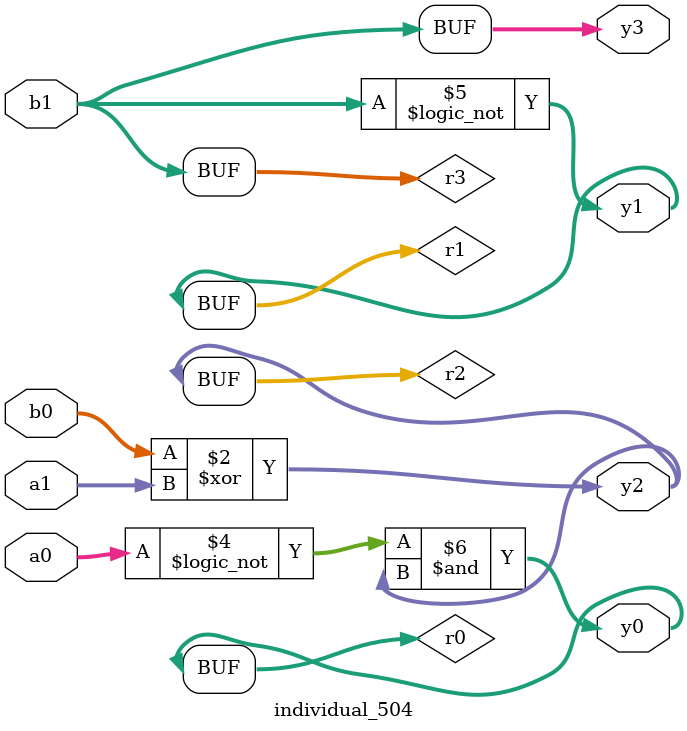
<source format=sv>
module individual_504(input logic [15:0] a1, input logic [15:0] a0, input logic [15:0] b1, input logic [15:0] b0, output logic [15:0] y3, output logic [15:0] y2, output logic [15:0] y1, output logic [15:0] y0);
logic [15:0] r0, r1, r2, r3; 
 always@(*) begin 
	 r0 = a0; r1 = a1; r2 = b0; r3 = b1; 
 	 r2  ^=  r1 ;
 	 r0  &=  r2 ;
 	 r0 = ! a0 ;
 	 r1 = ! b1 ;
 	 r0  &=  r2 ;
 	 y3 = r3; y2 = r2; y1 = r1; y0 = r0; 
end
endmodule
</source>
